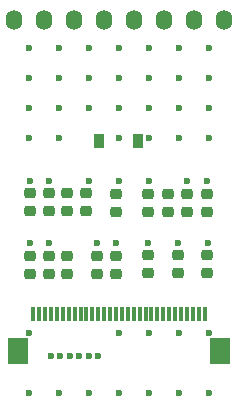
<source format=gbr>
%TF.GenerationSoftware,KiCad,Pcbnew,(6.0.6)*%
%TF.CreationDate,2022-07-10T18:13:28+02:00*%
%TF.ProjectId,epd,6570642e-6b69-4636-9164-5f7063625858,rev?*%
%TF.SameCoordinates,Original*%
%TF.FileFunction,Soldermask,Bot*%
%TF.FilePolarity,Negative*%
%FSLAX46Y46*%
G04 Gerber Fmt 4.6, Leading zero omitted, Abs format (unit mm)*
G04 Created by KiCad (PCBNEW (6.0.6)) date 2022-07-10 18:13:28*
%MOMM*%
%LPD*%
G01*
G04 APERTURE LIST*
G04 Aperture macros list*
%AMRoundRect*
0 Rectangle with rounded corners*
0 $1 Rounding radius*
0 $2 $3 $4 $5 $6 $7 $8 $9 X,Y pos of 4 corners*
0 Add a 4 corners polygon primitive as box body*
4,1,4,$2,$3,$4,$5,$6,$7,$8,$9,$2,$3,0*
0 Add four circle primitives for the rounded corners*
1,1,$1+$1,$2,$3*
1,1,$1+$1,$4,$5*
1,1,$1+$1,$6,$7*
1,1,$1+$1,$8,$9*
0 Add four rect primitives between the rounded corners*
20,1,$1+$1,$2,$3,$4,$5,0*
20,1,$1+$1,$4,$5,$6,$7,0*
20,1,$1+$1,$6,$7,$8,$9,0*
20,1,$1+$1,$8,$9,$2,$3,0*%
G04 Aperture macros list end*
%ADD10RoundRect,0.225000X-0.250000X0.225000X-0.250000X-0.225000X0.250000X-0.225000X0.250000X0.225000X0*%
%ADD11R,0.900000X1.200000*%
%ADD12RoundRect,0.225000X0.250000X-0.225000X0.250000X0.225000X-0.250000X0.225000X-0.250000X-0.225000X0*%
%ADD13R,0.300000X1.300000*%
%ADD14R,1.800000X2.200000*%
%ADD15O,1.400000X1.700000*%
%ADD16C,0.600000*%
G04 APERTURE END LIST*
D10*
%TO.C,C14*%
X162712320Y-91774772D03*
X162712320Y-90224772D03*
%TD*%
%TO.C,C10*%
X157492320Y-86599772D03*
X157492320Y-85049772D03*
%TD*%
D11*
%TO.C,D1*%
X156042320Y-80574772D03*
X159342320Y-80574772D03*
%TD*%
D10*
%TO.C,C8*%
X154992320Y-86549772D03*
X154992320Y-84999772D03*
%TD*%
D12*
%TO.C,C13*%
X161862320Y-85049772D03*
X161862320Y-86599772D03*
%TD*%
%TO.C,C1*%
X151792320Y-90299772D03*
X151792320Y-91849772D03*
%TD*%
D10*
%TO.C,C9*%
X155892320Y-91849772D03*
X155892320Y-90299772D03*
%TD*%
D12*
%TO.C,C5*%
X150192320Y-90299772D03*
X150192320Y-91849772D03*
%TD*%
D10*
%TO.C,C12*%
X160212320Y-91799772D03*
X160212320Y-90249772D03*
%TD*%
%TO.C,C7*%
X153392320Y-86549772D03*
X153392320Y-84999772D03*
%TD*%
D12*
%TO.C,C11*%
X160212320Y-85049772D03*
X160212320Y-86599772D03*
%TD*%
D10*
%TO.C,C2*%
X150192320Y-86550088D03*
X150192320Y-85000088D03*
%TD*%
%TO.C,C3*%
X151792320Y-86550088D03*
X151792320Y-85000088D03*
%TD*%
%TO.C,C6*%
X153392320Y-91849772D03*
X153392320Y-90299772D03*
%TD*%
%TO.C,C4*%
X157492320Y-91849772D03*
X157492320Y-90299772D03*
%TD*%
D13*
%TO.C,J1*%
X165000000Y-95200000D03*
X164500000Y-95200000D03*
X164000000Y-95200000D03*
X163500000Y-95200000D03*
X163000000Y-95200000D03*
X162500000Y-95200000D03*
X162000000Y-95200000D03*
X161500000Y-95200000D03*
X161000000Y-95200000D03*
X160500000Y-95200000D03*
X160000000Y-95200000D03*
X159500000Y-95200000D03*
X159000000Y-95200000D03*
X158500000Y-95200000D03*
X158000000Y-95200000D03*
X157500000Y-95200000D03*
X157000000Y-95200000D03*
X156500000Y-95200000D03*
X156000000Y-95200000D03*
X155500000Y-95200000D03*
X155000000Y-95200000D03*
X154500000Y-95200000D03*
X154000000Y-95200000D03*
X153500000Y-95200000D03*
X153000000Y-95200000D03*
X152500000Y-95200000D03*
X152000000Y-95200000D03*
X151500000Y-95200000D03*
X151000000Y-95200000D03*
X150500000Y-95200000D03*
D14*
X149200000Y-98400000D03*
X166300000Y-98400000D03*
%TD*%
D10*
%TO.C,C16*%
X165212320Y-85049772D03*
X165212320Y-86599772D03*
%TD*%
%TO.C,C17*%
X165212320Y-91749772D03*
X165212320Y-90199772D03*
%TD*%
%TO.C,C15*%
X163512320Y-86599772D03*
X163512320Y-85049772D03*
%TD*%
D15*
%TO.C,J2*%
X148860000Y-70300000D03*
X151400000Y-70300000D03*
X153940000Y-70300000D03*
X156480000Y-70300000D03*
X159020000Y-70300000D03*
X161560000Y-70300000D03*
X164100000Y-70300000D03*
X166640000Y-70300000D03*
%TD*%
D16*
X162830000Y-77780000D03*
X162830000Y-75240000D03*
X165370000Y-77780000D03*
X150130000Y-72700000D03*
X165370000Y-72700000D03*
X162737800Y-89200000D03*
X160290000Y-80320000D03*
X162830000Y-101900000D03*
X157750000Y-75240000D03*
X152670000Y-101900000D03*
X150190200Y-89204800D03*
X160223200Y-89204800D03*
X162830000Y-80320000D03*
X152670000Y-80320000D03*
X155210000Y-75240000D03*
X165370000Y-96820000D03*
X165227000Y-83950000D03*
X165370000Y-75240000D03*
X152670000Y-77780000D03*
X160290000Y-83950000D03*
X160290000Y-101900000D03*
X157750000Y-77780000D03*
X152670000Y-72700000D03*
X155879800Y-89204800D03*
X155210000Y-77780000D03*
X157750000Y-83950000D03*
X162830000Y-72700000D03*
X163525200Y-83947000D03*
X155210000Y-72700000D03*
X150190200Y-83950000D03*
X157750000Y-101900000D03*
X155210000Y-83950000D03*
X165370000Y-80320000D03*
X150130000Y-75240000D03*
X157505400Y-89204800D03*
X150130000Y-80320000D03*
X155210000Y-101900000D03*
X150130000Y-96820000D03*
X162830000Y-96820000D03*
X165303200Y-89200000D03*
X160290000Y-75240000D03*
X151790400Y-89204800D03*
X157750000Y-96820000D03*
X152670000Y-75240000D03*
X150130000Y-101900000D03*
X160290000Y-96820000D03*
X151790400Y-83947000D03*
X165370000Y-101900000D03*
X157750000Y-72700000D03*
X150130000Y-77780000D03*
X160290000Y-72700000D03*
X160290000Y-77780000D03*
X157750000Y-80320000D03*
X152000000Y-98825000D03*
X152800000Y-98825000D03*
X153600000Y-98825000D03*
X154400000Y-98825000D03*
X155200000Y-98825000D03*
X156000000Y-98825000D03*
M02*

</source>
